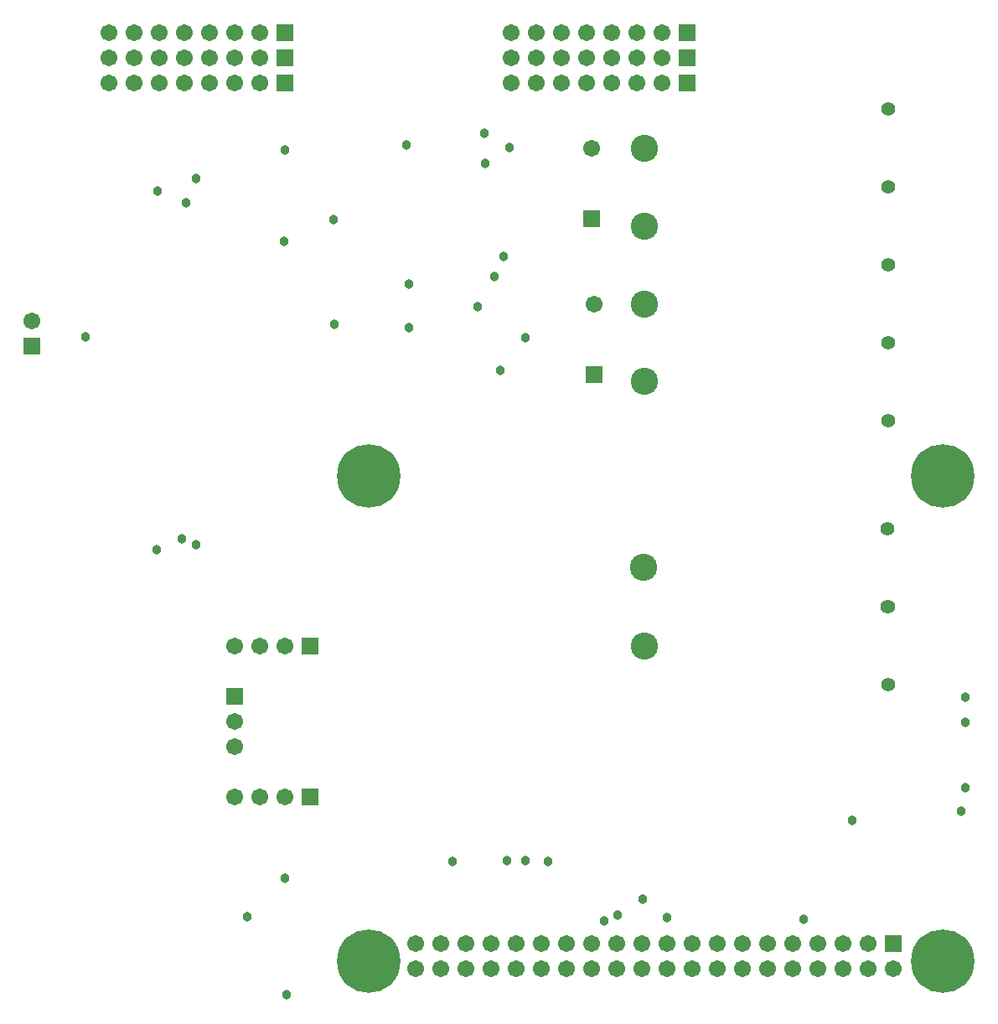
<source format=gbs>
G04*
G04 #@! TF.GenerationSoftware,Altium Limited,Altium Designer,20.2.8 (258)*
G04*
G04 Layer_Color=16711935*
%FSLAX24Y24*%
%MOIN*%
G70*
G04*
G04 #@! TF.SameCoordinates,2D8D9C66-5576-4C64-8BDA-EEC9A906AE53*
G04*
G04*
G04 #@! TF.FilePolarity,Negative*
G04*
G01*
G75*
%ADD55C,0.1080*%
%ADD56C,0.0550*%
%ADD57C,0.0671*%
%ADD58R,0.0671X0.0671*%
%ADD59R,0.0671X0.0671*%
%ADD60C,0.2521*%
%ADD61C,0.0380*%
D55*
X25350Y34300D02*
D03*
Y31200D02*
D03*
Y28100D02*
D03*
X25360Y25020D02*
D03*
X25350Y14500D02*
D03*
X25340Y17620D02*
D03*
D56*
X35050Y35850D02*
D03*
Y32750D02*
D03*
D03*
Y29650D02*
D03*
D03*
Y26550D02*
D03*
X35060Y26570D02*
D03*
Y23470D02*
D03*
X35050Y16050D02*
D03*
Y12950D02*
D03*
X35040Y19170D02*
D03*
Y16070D02*
D03*
D57*
X9050Y14500D02*
D03*
X10050D02*
D03*
X11050D02*
D03*
X10050Y36900D02*
D03*
X9050D02*
D03*
X8050D02*
D03*
X4050D02*
D03*
X5050D02*
D03*
X6050D02*
D03*
X7050D02*
D03*
X26050D02*
D03*
X25050D02*
D03*
X24050D02*
D03*
X23050D02*
D03*
X22050D02*
D03*
X21050D02*
D03*
X20050D02*
D03*
X10050Y37900D02*
D03*
X9050D02*
D03*
X8050D02*
D03*
X7050D02*
D03*
X6050D02*
D03*
X5050D02*
D03*
X4050D02*
D03*
X26050D02*
D03*
X25050D02*
D03*
X24050D02*
D03*
X23050D02*
D03*
X22050D02*
D03*
X21050D02*
D03*
X20050D02*
D03*
X10050Y38900D02*
D03*
X9050D02*
D03*
X8050D02*
D03*
X7050D02*
D03*
X6050D02*
D03*
X5050D02*
D03*
X4050D02*
D03*
X23250Y34298D02*
D03*
X23350Y28098D02*
D03*
X26050Y38900D02*
D03*
X25050D02*
D03*
X24050D02*
D03*
X23050D02*
D03*
X22050D02*
D03*
X21050D02*
D03*
X20050D02*
D03*
X9050Y8500D02*
D03*
X10050D02*
D03*
X11050D02*
D03*
X9050Y11500D02*
D03*
Y10500D02*
D03*
X16250Y1650D02*
D03*
Y2650D02*
D03*
X17250Y1650D02*
D03*
Y2650D02*
D03*
X18250Y1650D02*
D03*
Y2650D02*
D03*
X19250Y1650D02*
D03*
Y2650D02*
D03*
X20250Y1650D02*
D03*
Y2650D02*
D03*
X21250Y1650D02*
D03*
Y2650D02*
D03*
X22250Y1650D02*
D03*
Y2650D02*
D03*
X23250Y1650D02*
D03*
Y2650D02*
D03*
X24250Y1650D02*
D03*
Y2650D02*
D03*
X25250Y1650D02*
D03*
Y2650D02*
D03*
X26250Y1650D02*
D03*
Y2650D02*
D03*
X27250Y1650D02*
D03*
Y2650D02*
D03*
X28250Y1650D02*
D03*
Y2650D02*
D03*
X29250Y1650D02*
D03*
Y2650D02*
D03*
X30250Y1650D02*
D03*
Y2650D02*
D03*
X31250Y1650D02*
D03*
Y2650D02*
D03*
X32250Y1650D02*
D03*
Y2650D02*
D03*
X33250Y1650D02*
D03*
Y2650D02*
D03*
X34250Y1650D02*
D03*
Y2650D02*
D03*
X35250Y1650D02*
D03*
X1010Y27430D02*
D03*
D58*
X12050Y14500D02*
D03*
X11050Y36900D02*
D03*
X27050D02*
D03*
X11050Y37900D02*
D03*
X27050D02*
D03*
X11050Y38900D02*
D03*
X27050D02*
D03*
X12050Y8500D02*
D03*
X35250Y2650D02*
D03*
D59*
X23250Y31502D02*
D03*
X23350Y25302D02*
D03*
X9050Y12500D02*
D03*
X1010Y26430D02*
D03*
D60*
X37241Y1961D02*
D03*
X14407D02*
D03*
Y21252D02*
D03*
X37241D02*
D03*
D61*
X20000Y34330D02*
D03*
X7530Y18520D02*
D03*
Y33080D02*
D03*
X5950Y18340D02*
D03*
X5990Y32600D02*
D03*
X7120Y32110D02*
D03*
X6950Y18750D02*
D03*
X23770Y3550D02*
D03*
X13000Y31450D02*
D03*
X9560Y3730D02*
D03*
X11140Y620D02*
D03*
X18730Y27990D02*
D03*
X20630Y26770D02*
D03*
X19630Y25460D02*
D03*
X13030Y27280D02*
D03*
X16000Y28900D02*
D03*
X15980Y27150D02*
D03*
X24290Y3800D02*
D03*
X26260Y3680D02*
D03*
X25310Y4440D02*
D03*
X17730Y5940D02*
D03*
X19890Y5960D02*
D03*
X21520Y5940D02*
D03*
X20630Y5960D02*
D03*
X33640Y7550D02*
D03*
X11050Y5260D02*
D03*
X18980Y34900D02*
D03*
X11050Y34210D02*
D03*
X11030Y30600D02*
D03*
X31710Y3620D02*
D03*
X19390Y29205D02*
D03*
X19760Y30000D02*
D03*
X19040Y33700D02*
D03*
X15900Y34440D02*
D03*
X37970Y7920D02*
D03*
X38130Y8860D02*
D03*
X38120Y12470D02*
D03*
X38140Y11470D02*
D03*
X3130Y26780D02*
D03*
M02*

</source>
